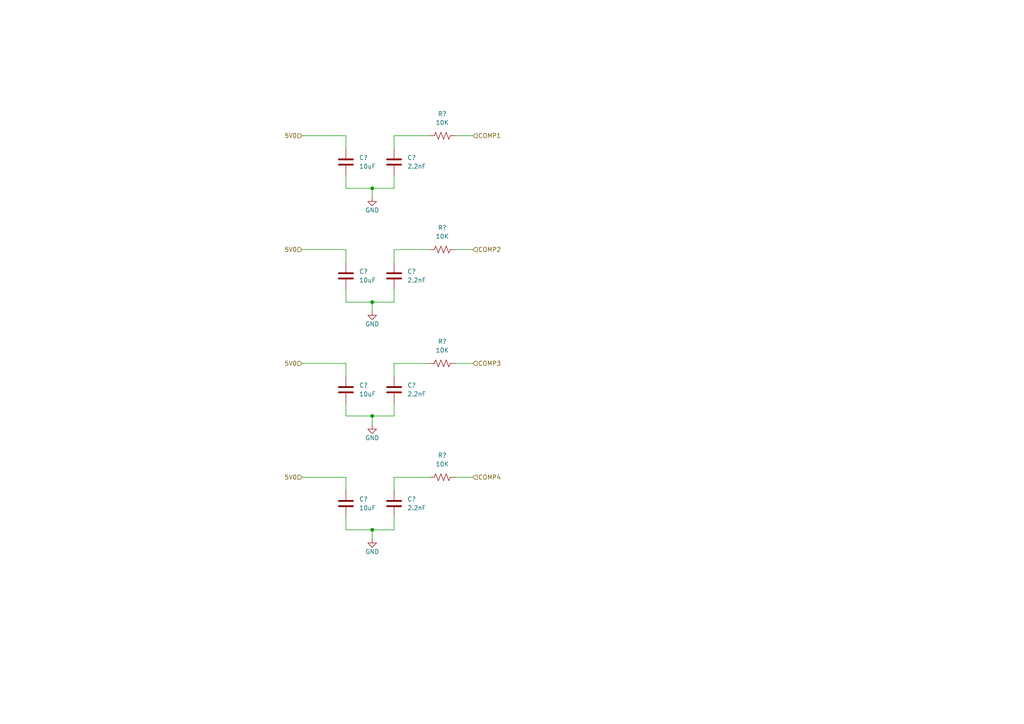
<source format=kicad_sch>
(kicad_sch (version 20250114) (generator "eeschema") (generator_version "9.0")
  (paper "A4")
  (title_block (title "RPi HwAB HAT+") (date "2025-08-23") (rev "01") (company "Andre S Winkel"))
  (lib_symbols
    (symbol "Device:C" (pin_numbers (hide yes)) (pin_names (offset 0.254))
      (property "Reference" "C" (at 0.635 2.54 0))
      (property "Value" "C" (at 0.635 -2.54 0))
      (symbol "C_0_1"
        (polyline (pts (xy -2.032 0.762) (xy 2.032 0.762)) (stroke (width 0.508)))
        (polyline (pts (xy -2.032 -0.762) (xy 2.032 -0.762)) (stroke (width 0.508)))
      )
      (symbol "C_1_1"
        (pin passive line (at 0 3.81 270) (length 2.794) (name "~") (number "1"))
        (pin passive line (at 0 -3.81 90) (length 2.794) (name "~") (number "2"))
      )
    )
    (symbol "Device:R_US" (pin_numbers (hide yes)) (pin_names (offset 0))
      (property "Reference" "R" (at 2.54 0 90))
      (property "Value" "R_US" (at -2.54 0 90))
      (symbol "R_US_0_1"
        (polyline (pts (xy 0 2.286) (xy 0 2.54)))
        (polyline (pts (xy 0 2.286) (xy 1.016 1.905) (xy 0 1.524) (xy -1.016 1.143) (xy 0 0.762)))
        (polyline (pts (xy 0 0.762) (xy 1.016 0.381) (xy 0 0) (xy -1.016 -0.381) (xy 0 -0.762)))
        (polyline (pts (xy 0 -0.762) (xy 1.016 -1.143) (xy 0 -1.524) (xy -1.016 -1.905) (xy 0 -2.286)))
        (polyline (pts (xy 0 -2.286) (xy 0 -2.54)))
      )
      (symbol "R_US_1_1"
        (pin passive line (at 0 3.81 270) (length 1.27) (name "~") (number "1"))
        (pin passive line (at 0 -3.81 90) (length 1.27) (name "~") (number "2"))
      )
    )
    (symbol "power:GND" (power) (pin_numbers (hide yes)) (pin_names (offset 0) (hide yes))
      (property "Value" "GND" (at 0 -3.81 0))
      (symbol "GND_0_1"
        (polyline (pts (xy 0 0) (xy 0 -1.27) (xy 1.27 -1.27) (xy 0 -2.54) (xy -1.27 -1.27) (xy 0 -1.27)))
      )
      (symbol "GND_1_1"
        (pin power_in line (at 0 0 270) (length 0) (name "~") (number "1"))
      )
    )
  )
  (junction (at 107.95 54.61))
  (junction (at 107.95 120.65))
  (junction (at 107.95 87.63))
  (junction (at 107.95 153.67))
  (wire (pts (xy 107.95 90.17) (xy 107.95 87.63)))
  (wire (pts (xy 100.33 120.65) (xy 100.33 116.84)))
  (wire (pts (xy 100.33 153.67) (xy 107.95 153.67)))
  (wire (pts (xy 114.3 87.63) (xy 114.3 83.82)))
  (wire (pts (xy 100.33 87.63) (xy 107.95 87.63)))
  (wire (pts (xy 100.33 138.43) (xy 100.33 142.24)))
  (wire (pts (xy 114.3 39.37) (xy 114.3 43.18)))
  (wire (pts (xy 107.95 120.65) (xy 114.3 120.65)))
  (wire (pts (xy 100.33 87.63) (xy 100.33 83.82)))
  (wire (pts (xy 100.33 54.61) (xy 100.33 50.8)))
  (wire (pts (xy 114.3 138.43) (xy 114.3 142.24)))
  (wire (pts (xy 137.16 105.41) (xy 132.08 105.41)))
  (wire (pts (xy 114.3 153.67) (xy 114.3 149.86)))
  (wire (pts (xy 114.3 72.39) (xy 114.3 76.2)))
  (wire (pts (xy 100.33 72.39) (xy 100.33 76.2)))
  (wire (pts (xy 114.3 105.41) (xy 124.46 105.41)))
  (wire (pts (xy 107.95 156.21) (xy 107.95 153.67)))
  (wire (pts (xy 114.3 54.61) (xy 114.3 50.8)))
  (wire (pts (xy 114.3 120.65) (xy 114.3 116.84)))
  (wire (pts (xy 100.33 153.67) (xy 100.33 149.86)))
  (wire (pts (xy 137.16 138.43) (xy 132.08 138.43)))
  (wire (pts (xy 87.63 105.41) (xy 100.33 105.41)))
  (wire (pts (xy 114.3 138.43) (xy 124.46 138.43)))
  (wire (pts (xy 114.3 105.41) (xy 114.3 109.22)))
  (wire (pts (xy 107.95 54.61) (xy 114.3 54.61)))
  (wire (pts (xy 100.33 120.65) (xy 107.95 120.65)))
  (wire (pts (xy 137.16 72.39) (xy 132.08 72.39)))
  (wire (pts (xy 100.33 39.37) (xy 100.33 43.18)))
  (wire (pts (xy 87.63 138.43) (xy 100.33 138.43)))
  (wire (pts (xy 100.33 54.61) (xy 107.95 54.61)))
  (wire (pts (xy 107.95 87.63) (xy 114.3 87.63)))
  (wire (pts (xy 114.3 72.39) (xy 124.46 72.39)))
  (wire (pts (xy 107.95 123.19) (xy 107.95 120.65)))
  (wire (pts (xy 114.3 39.37) (xy 124.46 39.37)))
  (wire (pts (xy 107.95 57.15) (xy 107.95 54.61)))
  (wire (pts (xy 87.63 39.37) (xy 100.33 39.37)))
  (wire (pts (xy 137.16 39.37) (xy 132.08 39.37)))
  (wire (pts (xy 107.95 153.67) (xy 114.3 153.67)))
  (wire (pts (xy 87.63 72.39) (xy 100.33 72.39)))
  (wire (pts (xy 100.33 105.41) (xy 100.33 109.22)))
  (hierarchical_label "COMP1" (shape input) (at 137.16 39.37 0))
  (hierarchical_label "COMP4" (shape input) (at 137.16 138.43 0))
  (hierarchical_label "COMP3" (shape input) (at 137.16 105.41 0))
  (hierarchical_label "5V0" (shape input) (at 87.63 138.43 180))
  (hierarchical_label "5V0" (shape input) (at 87.63 72.39 180))
  (hierarchical_label "5V0" (shape input) (at 87.63 105.41 180))
  (hierarchical_label "COMP2" (shape input) (at 137.16 72.39 0))
  (hierarchical_label "5V0" (shape input) (at 87.63 39.37 180))
  (symbol (lib_id "Device:C") (at 114.3 146.05 0) (unit 1)
    (property "Reference" "C?" (at 118.11 144.7799 0) (effects (justify left)))
    (property "Value" "2.2nF" (at 118.11 147.3199 0) (effects (justify left)))
    (property "Description" "Unpolarized capacitor" (effects (hide yes)))
  )
  (symbol (lib_id "Device:C") (at 114.3 113.03 0) (unit 1)
    (property "Reference" "C?" (at 118.11 111.7599 0) (effects (justify left)))
    (property "Value" "2.2nF" (at 118.11 114.2999 0) (effects (justify left)))
    (property "Description" "Unpolarized capacitor" (effects (hide yes)))
  )
  (symbol (lib_id "Device:C") (at 100.33 146.05 0) (unit 1)
    (property "Reference" "C?" (at 104.14 144.7799 0) (effects (justify left)))
    (property "Value" "10uF" (at 104.14 147.3199 0) (effects (justify left)))
    (property "Description" "Unpolarized capacitor" (effects (hide yes)))
  )
  (symbol (lib_id "Device:C") (at 114.3 46.99 0) (unit 1)
    (property "Reference" "C?" (at 118.11 45.7199 0) (effects (justify left)))
    (property "Value" "2.2nF" (at 118.11 48.2599 0) (effects (justify left)))
    (property "Description" "Unpolarized capacitor" (effects (hide yes)))
  )
  (symbol (lib_id "Device:R_US") (at 128.27 105.41 90) (unit 1)
    (property "Reference" "R?" (at 128.27 99.06 90))
    (property "Value" "10K" (at 128.27 101.6 90))
    (property "Description" "Resistor, US symbol" (effects (hide yes)))
  )
  (symbol (lib_id "power:GND") (at 107.95 123.19 0) (unit 1)
    (property "Reference" "#PWR024" (effects (hide yes)))
    (property "Value" "GND" (at 107.95 127 0))
    (property "Description" "Power symbol creates a global label with name \"GND\" , ground" (effects (hide yes)))
  )
  (symbol (lib_id "Device:R_US") (at 128.27 72.39 90) (unit 1)
    (property "Reference" "R?" (at 128.27 66.04 90))
    (property "Value" "10K" (at 128.27 68.58 90))
    (property "Description" "Resistor, US symbol" (effects (hide yes)))
  )
  (symbol (lib_id "Device:R_US") (at 128.27 39.37 90) (unit 1)
    (property "Reference" "R?" (at 128.27 33.02 90))
    (property "Value" "10K" (at 128.27 35.56 90))
    (property "Description" "Resistor, US symbol" (effects (hide yes)))
  )
  (symbol (lib_id "Device:C") (at 100.33 80.01 0) (unit 1)
    (property "Reference" "C?" (at 104.14 78.7399 0) (effects (justify left)))
    (property "Value" "10uF" (at 104.14 81.2799 0) (effects (justify left)))
    (property "Description" "Unpolarized capacitor" (effects (hide yes)))
  )
  (symbol (lib_id "power:GND") (at 107.95 90.17 0) (unit 1)
    (property "Reference" "#PWR023" (effects (hide yes)))
    (property "Value" "GND" (at 107.95 93.98 0))
    (property "Description" "Power symbol creates a global label with name \"GND\" , ground" (effects (hide yes)))
  )
  (symbol (lib_id "Device:C") (at 114.3 80.01 0) (unit 1)
    (property "Reference" "C?" (at 118.11 78.7399 0) (effects (justify left)))
    (property "Value" "2.2nF" (at 118.11 81.2799 0) (effects (justify left)))
    (property "Description" "Unpolarized capacitor" (effects (hide yes)))
  )
  (symbol (lib_id "Device:R_US") (at 128.27 138.43 90) (unit 1)
    (property "Reference" "R?" (at 128.27 132.08 90))
    (property "Value" "10K" (at 128.27 134.62 90))
    (property "Description" "Resistor, US symbol" (effects (hide yes)))
  )
  (symbol (lib_id "power:GND") (at 107.95 57.15 0) (unit 1)
    (property "Reference" "#PWR022" (effects (hide yes)))
    (property "Value" "GND" (at 107.95 60.96 0))
    (property "Description" "Power symbol creates a global label with name \"GND\" , ground" (effects (hide yes)))
  )
  (symbol (lib_id "Device:C") (at 100.33 113.03 0) (unit 1)
    (property "Reference" "C?" (at 104.14 111.7599 0) (effects (justify left)))
    (property "Value" "10uF" (at 104.14 114.2999 0) (effects (justify left)))
    (property "Description" "Unpolarized capacitor" (effects (hide yes)))
  )
  (symbol (lib_id "Device:C") (at 100.33 46.99 0) (unit 1)
    (property "Reference" "C?" (at 104.14 45.7199 0) (effects (justify left)))
    (property "Value" "10uF" (at 104.14 48.2599 0) (effects (justify left)))
    (property "Description" "Unpolarized capacitor" (effects (hide yes)))
  )
  (symbol (lib_id "power:GND") (at 107.95 156.21 0) (unit 1)
    (property "Reference" "#PWR025" (effects (hide yes)))
    (property "Value" "GND" (at 107.95 160.02 0))
    (property "Description" "Power symbol creates a global label with name \"GND\" , ground" (effects (hide yes)))
  )
)
</source>
